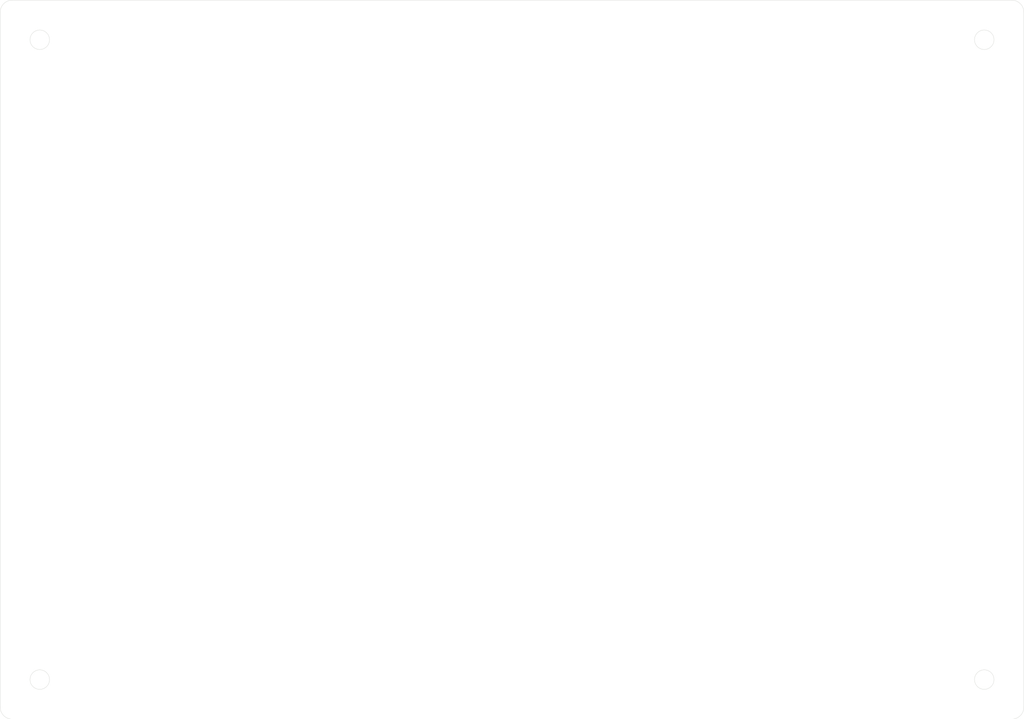
<source format=kicad_pcb>
(kicad_pcb (version 20171130) (host pcbnew "(5.1.9)-1")

  (general
    (thickness 1.6)
    (drawings 15)
    (tracks 0)
    (zones 0)
    (modules 0)
    (nets 1)
  )

  (page A4)
  (title_block
    (title "TW13-3-8 bottom plate")
    (date 2021-10-25)
    (rev 1)
  )

  (layers
    (0 F.Cu signal)
    (31 B.Cu signal)
    (32 B.Adhes user)
    (33 F.Adhes user)
    (34 B.Paste user)
    (35 F.Paste user)
    (36 B.SilkS user)
    (37 F.SilkS user)
    (38 B.Mask user)
    (39 F.Mask user)
    (40 Dwgs.User user)
    (41 Cmts.User user)
    (42 Eco1.User user)
    (43 Eco2.User user)
    (44 Edge.Cuts user)
    (45 Margin user)
    (46 B.CrtYd user)
    (47 F.CrtYd user)
    (48 B.Fab user)
    (49 F.Fab user)
  )

  (setup
    (last_trace_width 0.25)
    (trace_clearance 0.2)
    (zone_clearance 0.508)
    (zone_45_only no)
    (trace_min 0.2)
    (via_size 0.8)
    (via_drill 0.4)
    (via_min_size 0.4)
    (via_min_drill 0.3)
    (uvia_size 0.3)
    (uvia_drill 0.1)
    (uvias_allowed no)
    (uvia_min_size 0.2)
    (uvia_min_drill 0.1)
    (edge_width 0.05)
    (segment_width 0.2)
    (pcb_text_width 0.3)
    (pcb_text_size 1.5 1.5)
    (mod_edge_width 0.12)
    (mod_text_size 1 1)
    (mod_text_width 0.15)
    (pad_size 1.524 1.524)
    (pad_drill 0.762)
    (pad_to_mask_clearance 0)
    (aux_axis_origin 0 0)
    (grid_origin 150 100)
    (visible_elements 7FFFFFFF)
    (pcbplotparams
      (layerselection 0x010fc_ffffffff)
      (usegerberextensions false)
      (usegerberattributes true)
      (usegerberadvancedattributes true)
      (creategerberjobfile true)
      (excludeedgelayer true)
      (linewidth 0.150000)
      (plotframeref false)
      (viasonmask false)
      (mode 1)
      (useauxorigin false)
      (hpglpennumber 1)
      (hpglpenspeed 20)
      (hpglpendiameter 15.000000)
      (psnegative false)
      (psa4output false)
      (plotreference true)
      (plotvalue true)
      (plotinvisibletext false)
      (padsonsilk false)
      (subtractmaskfromsilk false)
      (outputformat 1)
      (mirror false)
      (drillshape 1)
      (scaleselection 1)
      (outputdirectory ""))
  )

  (net 0 "")

  (net_class Default "これはデフォルトのネット クラスです。"
    (clearance 0.2)
    (trace_width 0.25)
    (via_dia 0.8)
    (via_drill 0.4)
    (uvia_dia 0.3)
    (uvia_drill 0.1)
  )

  (gr_line (start 66 157) (end 66 43) (layer Edge.Cuts) (width 0.05) (tstamp 61761FE3))
  (gr_line (start 232 159) (end 68 159) (layer Edge.Cuts) (width 0.05) (tstamp 61761FDD))
  (gr_line (start 234 43) (end 234 157) (layer Edge.Cuts) (width 0.05) (tstamp 61761FD7))
  (gr_line (start 68 41) (end 232 41) (layer Edge.Cuts) (width 0.05) (tstamp 61761FD1))
  (gr_circle (center 227.5 47.5) (end 229.1 47.5) (layer Edge.Cuts) (width 0.05) (tstamp 61761F95))
  (gr_circle (center 72.5 47.5) (end 74.1 47.5) (layer Edge.Cuts) (width 0.05) (tstamp 61761F95))
  (gr_circle (center 72.5 152.5) (end 74.1 152.5) (layer Edge.Cuts) (width 0.05) (tstamp 61761F95))
  (gr_arc (start 232 157) (end 232 159) (angle -90) (layer Edge.Cuts) (width 0.05) (tstamp 61761E8D))
  (gr_arc (start 68 157) (end 66 157) (angle -90) (layer Edge.Cuts) (width 0.05) (tstamp 61761E8D))
  (gr_arc (start 68 43) (end 68 41) (angle -90) (layer Edge.Cuts) (width 0.05) (tstamp 61761E8D))
  (gr_arc (start 232 43) (end 234 43) (angle -90) (layer Edge.Cuts) (width 0.05) (tstamp 61761E8D))
  (gr_circle (center 150 100) (end 150 102) (layer Dwgs.User) (width 0.1) (tstamp 6176164E))
  (gr_line (start 150 97) (end 150 103) (layer Dwgs.User) (width 0.1))
  (gr_line (start 147 100) (end 153 100) (layer Dwgs.User) (width 0.1))
  (gr_circle (center 227.5 152.5) (end 229.1 152.5) (layer Edge.Cuts) (width 0.05) (tstamp 61761B31))

)

</source>
